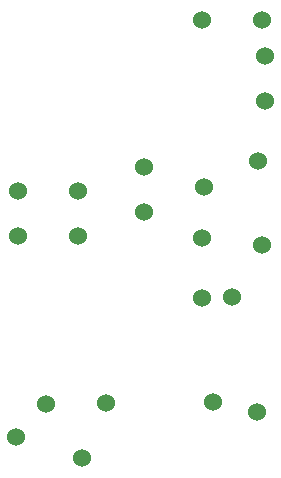
<source format=gtp>
%TF.GenerationSoftware,KiCad,Pcbnew,7.0.1-0*%
%TF.CreationDate,2023-07-16T16:48:42+03:00*%
%TF.ProjectId,HC2000-Modulator,48433230-3030-42d4-9d6f-64756c61746f,rev?*%
%TF.SameCoordinates,Original*%
%TF.FileFunction,Paste,Top*%
%TF.FilePolarity,Positive*%
%FSLAX46Y46*%
G04 Gerber Fmt 4.6, Leading zero omitted, Abs format (unit mm)*
G04 Created by KiCad (PCBNEW 7.0.1-0) date 2023-07-16 16:48:42*
%MOMM*%
%LPD*%
G01*
G04 APERTURE LIST*
%ADD10C,1.524000*%
G04 APERTURE END LIST*
D10*
X279392956Y-174814900D03*
X283997000Y-172668000D03*
X279298000Y-184225000D03*
X279298000Y-179145000D03*
X284378000Y-160730000D03*
X279298000Y-160730000D03*
X284632000Y-167588000D03*
X284632000Y-163778000D03*
X274345000Y-176986000D03*
X274345000Y-173176000D03*
X281838000Y-184138705D03*
X284378000Y-179739295D03*
X268757000Y-175208000D03*
X268757000Y-179018000D03*
X263677000Y-175208000D03*
X263677000Y-179018000D03*
X269103778Y-197755810D03*
X271170000Y-193115000D03*
X266090000Y-193242000D03*
X263491586Y-196028458D03*
X280235825Y-193067468D03*
X283948175Y-193924532D03*
M02*

</source>
